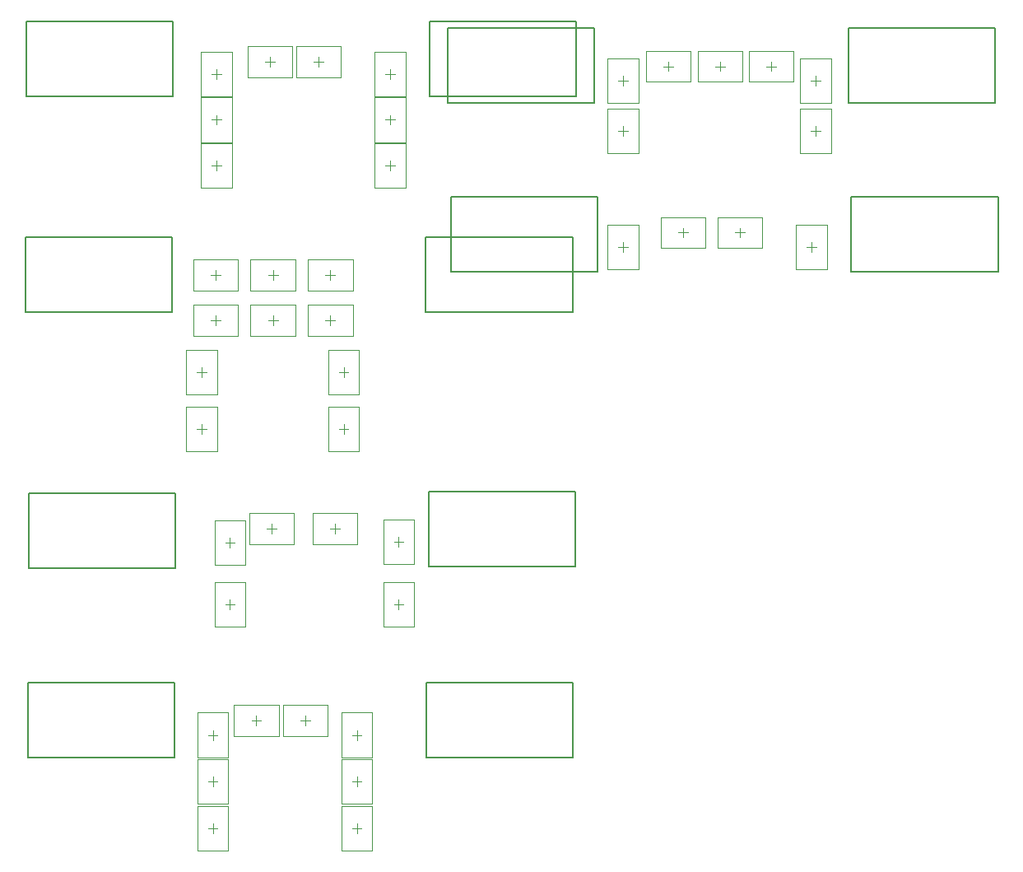
<source format=gbr>
%TF.GenerationSoftware,Altium Limited,Altium Designer,20.0.10 (225)*%
G04 Layer_Color=32768*
%FSLAX26Y26*%
%MOIN*%
%TF.FileFunction,Other,Mechanical_15*%
%TF.Part,CustomerPanel*%
G01*
G75*
%TA.AperFunction,NonConductor*%
%ADD23C,0.007874*%
%ADD27C,0.003937*%
%ADD30C,0.001968*%
D23*
X3251892Y3620729D02*
X3846774D01*
X3251892D02*
Y3316398D01*
X3846774D01*
Y3620729D02*
Y3316398D01*
X1629845D02*
X2224727D01*
Y3620729D02*
Y3316398D01*
X1629845Y3620729D02*
X2224727D01*
X1629845D02*
Y3316398D01*
X2147835Y1440764D02*
Y1745094D01*
X1552953Y1440764D02*
X2147835D01*
X1552953D02*
Y1745094D01*
X2147835D01*
X-68425Y1434528D02*
Y1738858D01*
X526457D01*
Y1434528D02*
Y1738858D01*
X-68425Y1434528D02*
X526457D01*
X2136024Y2469760D02*
Y2774091D01*
X1541142Y2469760D02*
X2136024D01*
X1541142D02*
Y2774091D01*
X2136024D01*
X-80906Y2469760D02*
Y2774091D01*
X513976D01*
Y2469760D02*
Y2774091D01*
X-80906Y2469760D02*
X513976D01*
X3858585Y2634146D02*
Y2938477D01*
X3263703Y2634146D02*
X3858585D01*
X3263703D02*
Y2938477D01*
X3858585D01*
X1641913Y2634146D02*
Y2938477D01*
X2236795D01*
Y2634146D02*
Y2938477D01*
X1641913Y2634146D02*
X2236795D01*
X-71063Y972264D02*
Y667933D01*
Y972264D02*
X523819D01*
Y667933D01*
X-71063D02*
X523819D01*
X1543110Y972264D02*
X2137992D01*
X1543110D02*
Y667933D01*
X2137992D01*
Y972264D02*
Y667933D01*
X2151378Y3344315D02*
Y3648646D01*
X1556496Y3344315D02*
X2151378D01*
X1556496D02*
Y3648646D01*
X2151378D01*
X-77362Y3344315D02*
Y3648646D01*
X517520D01*
Y3344315D02*
Y3648646D01*
X-77362Y3344315D02*
X517520D01*
D27*
X2320199Y3205351D02*
X2359569D01*
X2339884Y3225036D02*
Y3185666D01*
X2320199Y3407477D02*
X2359569D01*
X2339884Y3427162D02*
Y3387791D01*
X2523782Y3485591D02*
Y3446221D01*
X2504097Y3465906D02*
X2543467D01*
X2732384Y3485591D02*
Y3446221D01*
X2712699Y3465906D02*
X2752069D01*
X2939884Y3485591D02*
Y3446221D01*
X2920199Y3465906D02*
X2959569D01*
X3100199Y3205351D02*
X3139569D01*
X3119884Y3225036D02*
Y3185666D01*
X3100199Y3407477D02*
X3139569D01*
X3119884Y3427162D02*
Y3387791D01*
X1411732Y1541811D02*
X1451102D01*
X1431417Y1522126D02*
Y1561496D01*
X1411732Y1288438D02*
X1451102D01*
X1431417Y1268753D02*
Y1308123D01*
X728347Y1288438D02*
X767717D01*
X748032Y1268753D02*
Y1308123D01*
X728347Y1536966D02*
X767717D01*
X748032Y1517281D02*
Y1556651D01*
X1172520Y1576063D02*
Y1615433D01*
X1152835Y1595748D02*
X1192205D01*
X916417Y1576063D02*
Y1615433D01*
X896732Y1595748D02*
X936102D01*
X1188622Y2226925D02*
X1227992D01*
X1208307Y2207240D02*
Y2246610D01*
X1188622Y1996925D02*
X1227992D01*
X1208307Y1977240D02*
Y2016610D01*
X613622Y1996925D02*
X652992D01*
X633307Y1977240D02*
Y2016610D01*
X613622Y2226925D02*
X652992D01*
X633307Y2207240D02*
Y2246610D01*
X1154409Y2602240D02*
Y2641610D01*
X1134724Y2621925D02*
X1174094D01*
X1154409Y2417240D02*
Y2456610D01*
X1134724Y2436925D02*
X1174094D01*
X921909Y2417240D02*
Y2456610D01*
X902224Y2436925D02*
X941595D01*
X921909Y2602240D02*
Y2641610D01*
X902224Y2621925D02*
X941595D01*
X689409Y2417240D02*
Y2456610D01*
X669724Y2436925D02*
X709095D01*
X689409Y2602240D02*
Y2641610D01*
X669724Y2621925D02*
X709095D01*
X3083113Y2735193D02*
X3122483D01*
X3102798Y2715508D02*
Y2754878D01*
X2813900Y2773382D02*
Y2812752D01*
X2794215Y2793067D02*
X2833585D01*
X2582798Y2773382D02*
Y2812752D01*
X2563112Y2793067D02*
X2602483D01*
X2320986Y2735193D02*
X2360356D01*
X2340671Y2715508D02*
Y2754878D01*
X1241811Y380114D02*
X1281181D01*
X1261496Y399799D02*
Y360429D01*
X1241811Y570114D02*
X1281181D01*
X1261496Y589799D02*
Y550429D01*
X1241811Y759012D02*
X1281181D01*
X1261496Y778697D02*
Y739327D01*
X1053150Y836201D02*
Y796831D01*
X1033465Y816516D02*
X1072835D01*
X854606Y836201D02*
Y796831D01*
X834921Y816516D02*
X874291D01*
X658662Y380114D02*
X698032D01*
X678346Y399799D02*
Y360429D01*
X658662Y570114D02*
X698032D01*
X678346Y589799D02*
Y550429D01*
X658662Y759012D02*
X698032D01*
X678346Y778697D02*
Y739327D01*
X1375906Y3435394D02*
X1415276D01*
X1395591Y3415709D02*
Y3455079D01*
X1375906Y3249484D02*
X1415276D01*
X1395591Y3229799D02*
Y3269169D01*
X1375906Y3064484D02*
X1415276D01*
X1395591Y3044799D02*
Y3084169D01*
X674646Y3064484D02*
X714016D01*
X694331Y3044799D02*
Y3084169D01*
X674646Y3249484D02*
X714016D01*
X694331Y3229799D02*
Y3269169D01*
X674646Y3435394D02*
X714016D01*
X694331Y3415709D02*
Y3455079D01*
X1105906Y3464799D02*
Y3504169D01*
X1086220Y3484484D02*
X1125591D01*
X909055Y3464799D02*
Y3504169D01*
X889370Y3484484D02*
X928740D01*
D30*
X2402876Y3295902D02*
Y3114799D01*
X2276892Y3295902D02*
Y3114799D01*
Y3295902D02*
X2402876D01*
X2276892Y3114799D02*
X2402876D01*
Y3498028D02*
Y3316925D01*
X2276892Y3498028D02*
Y3316925D01*
Y3498028D02*
X2402876D01*
X2276892Y3316925D02*
X2402876D01*
X2433231Y3402914D02*
X2614333D01*
X2433231Y3528898D02*
X2614333D01*
Y3402914D01*
X2433231Y3528898D02*
Y3402914D01*
X2641833D02*
X2822935D01*
X2641833Y3528898D02*
X2822935D01*
Y3402914D01*
X2641833Y3528898D02*
Y3402914D01*
X2849333D02*
X3030435D01*
X2849333Y3528898D02*
X3030435D01*
Y3402914D01*
X2849333Y3528898D02*
Y3402914D01*
X3182876Y3295902D02*
Y3114799D01*
X3056892Y3295902D02*
Y3114799D01*
Y3295902D02*
X3182876D01*
X3056892Y3114799D02*
X3182876D01*
Y3498028D02*
Y3316925D01*
X3056892Y3498028D02*
Y3316925D01*
Y3498028D02*
X3182876D01*
X3056892Y3316925D02*
X3182876D01*
X1494409Y1451260D02*
Y1632362D01*
X1368425Y1451260D02*
Y1632362D01*
X1494409D01*
X1368425Y1451260D02*
X1494409D01*
Y1197887D02*
Y1378989D01*
X1368425Y1197887D02*
Y1378989D01*
X1494409D01*
X1368425Y1197887D02*
X1494409D01*
X811024D02*
Y1378989D01*
X685039Y1197887D02*
Y1378989D01*
X811024D01*
X685039Y1197887D02*
X811024D01*
Y1446415D02*
Y1627517D01*
X685039Y1446415D02*
Y1627517D01*
X811024D01*
X685039Y1446415D02*
X811024D01*
X1081969Y1532756D02*
X1263071D01*
X1081969Y1658740D02*
X1263071D01*
Y1532756D02*
Y1658740D01*
X1081969Y1532756D02*
Y1658740D01*
X825866Y1532756D02*
X1006968D01*
X825866Y1658740D02*
X1006968D01*
Y1532756D02*
Y1658740D01*
X825866Y1532756D02*
Y1658740D01*
X1271299Y2136374D02*
Y2317476D01*
X1145315Y2136374D02*
Y2317476D01*
X1271299D01*
X1145315Y2136374D02*
X1271299D01*
Y1906374D02*
Y2087476D01*
X1145315Y1906374D02*
Y2087476D01*
X1271299D01*
X1145315Y1906374D02*
X1271299D01*
X696299D02*
Y2087476D01*
X570315Y1906374D02*
Y2087476D01*
X696299D01*
X570315Y1906374D02*
X696299D01*
Y2136374D02*
Y2317476D01*
X570315Y2136374D02*
Y2317476D01*
X696299D01*
X570315Y2136374D02*
X696299D01*
X1063858Y2558933D02*
X1244961D01*
X1063858Y2684917D02*
X1244961D01*
Y2558933D02*
Y2684917D01*
X1063858Y2558933D02*
Y2684917D01*
Y2373933D02*
X1244961D01*
X1063858Y2499917D02*
X1244961D01*
Y2373933D02*
Y2499917D01*
X1063858Y2373933D02*
Y2499917D01*
X831358Y2373933D02*
X1012461D01*
X831358Y2499917D02*
X1012461D01*
Y2373933D02*
Y2499917D01*
X831358Y2373933D02*
Y2499917D01*
Y2558933D02*
X1012461D01*
X831358Y2684917D02*
X1012461D01*
Y2558933D02*
Y2684917D01*
X831358Y2558933D02*
Y2684917D01*
X598858Y2373933D02*
X779961D01*
X598858Y2499917D02*
X779961D01*
Y2373933D02*
Y2499917D01*
X598858Y2373933D02*
Y2499917D01*
Y2558933D02*
X779961D01*
X598858Y2684917D02*
X779961D01*
Y2558933D02*
Y2684917D01*
X598858Y2558933D02*
Y2684917D01*
X3165790Y2644642D02*
Y2825744D01*
X3039805Y2644642D02*
Y2825744D01*
X3165790D01*
X3039805Y2644642D02*
X3165790D01*
X2723349Y2730075D02*
X2904451D01*
X2723349Y2856059D02*
X2904451D01*
Y2730075D02*
Y2856059D01*
X2723349Y2730075D02*
Y2856059D01*
X2492246Y2730075D02*
X2673349D01*
X2492246Y2856059D02*
X2673349D01*
Y2730075D02*
Y2856059D01*
X2492246Y2730075D02*
Y2856059D01*
X2403664Y2644642D02*
Y2825744D01*
X2277679Y2644642D02*
Y2825744D01*
X2403664D01*
X2277679Y2644642D02*
X2403664D01*
X1324488Y470665D02*
Y289563D01*
X1198504Y470665D02*
Y289563D01*
Y470665D02*
X1324488D01*
X1198504Y289563D02*
X1324488D01*
Y660665D02*
Y479563D01*
X1198504Y660665D02*
Y479563D01*
Y660665D02*
X1324488D01*
X1198504Y479563D02*
X1324488D01*
Y849563D02*
Y668461D01*
X1198504Y849563D02*
Y668461D01*
Y849563D02*
X1324488D01*
X1198504Y668461D02*
X1324488D01*
X962598Y753524D02*
X1143701D01*
X962598Y879508D02*
X1143701D01*
Y753524D01*
X962598Y879508D02*
Y753524D01*
X764055D02*
X945157D01*
X764055Y879508D02*
X945157D01*
Y753524D01*
X764055Y879508D02*
Y753524D01*
X741339Y470665D02*
Y289563D01*
X615354Y470665D02*
Y289563D01*
Y470665D02*
X741339D01*
X615354Y289563D02*
X741339D01*
Y660665D02*
Y479563D01*
X615354Y660665D02*
Y479563D01*
Y660665D02*
X741339D01*
X615354Y479563D02*
X741339D01*
Y849563D02*
Y668461D01*
X615354Y849563D02*
Y668461D01*
Y849563D02*
X741339D01*
X615354Y668461D02*
X741339D01*
X1458583Y3344843D02*
Y3525945D01*
X1332599Y3344843D02*
Y3525945D01*
X1458583D01*
X1332599Y3344843D02*
X1458583D01*
Y3158933D02*
Y3340035D01*
X1332599Y3158933D02*
Y3340035D01*
X1458583D01*
X1332599Y3158933D02*
X1458583D01*
Y2973933D02*
Y3155035D01*
X1332599Y2973933D02*
Y3155035D01*
X1458583D01*
X1332599Y2973933D02*
X1458583D01*
X757323D02*
Y3155035D01*
X631339Y2973933D02*
Y3155035D01*
X757323D01*
X631339Y2973933D02*
X757323D01*
Y3158933D02*
Y3340035D01*
X631339Y3158933D02*
Y3340035D01*
X757323D01*
X631339Y3158933D02*
X757323D01*
Y3344843D02*
Y3525945D01*
X631339Y3344843D02*
Y3525945D01*
X757323D01*
X631339Y3344843D02*
X757323D01*
X1015354Y3421492D02*
X1196457D01*
X1015354Y3547477D02*
X1196457D01*
Y3421492D02*
Y3547477D01*
X1015354Y3421492D02*
Y3547477D01*
X818504Y3421492D02*
X999606D01*
X818504Y3547477D02*
X999606D01*
Y3421492D02*
Y3547477D01*
X818504Y3421492D02*
Y3547477D01*
%TF.MD5,094b44ef9ca91448b1506b6f28896c92*%
M02*

</source>
